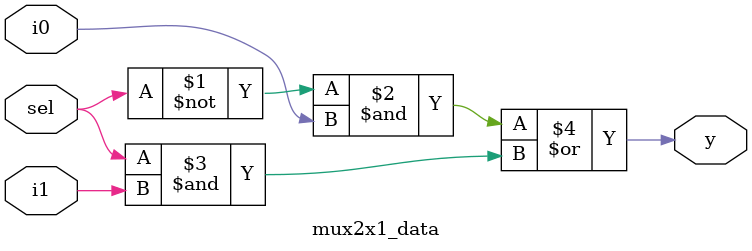
<source format=v>
module mux2x1_data(i0,i1,sel,y); 

input i0,i1,sel;
output y;


assign y = (~sel & i0) | (sel & i1);

endmodule
</source>
